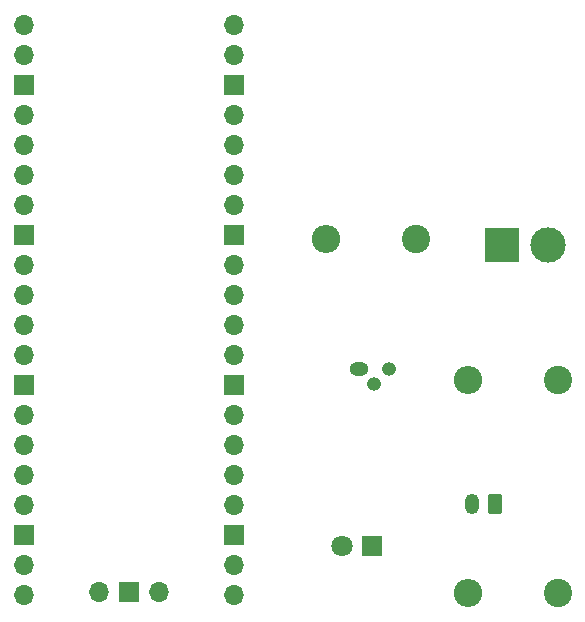
<source format=gbr>
%TF.GenerationSoftware,KiCad,Pcbnew,8.0.1*%
%TF.CreationDate,2024-03-28T11:23:41-03:00*%
%TF.ProjectId,agora vai,61676f72-6120-4766-9169-2e6b69636164,rev?*%
%TF.SameCoordinates,Original*%
%TF.FileFunction,Copper,L2,Bot*%
%TF.FilePolarity,Positive*%
%FSLAX46Y46*%
G04 Gerber Fmt 4.6, Leading zero omitted, Abs format (unit mm)*
G04 Created by KiCad (PCBNEW 8.0.1) date 2024-03-28 11:23:41*
%MOMM*%
%LPD*%
G01*
G04 APERTURE LIST*
G04 Aperture macros list*
%AMRoundRect*
0 Rectangle with rounded corners*
0 $1 Rounding radius*
0 $2 $3 $4 $5 $6 $7 $8 $9 X,Y pos of 4 corners*
0 Add a 4 corners polygon primitive as box body*
4,1,4,$2,$3,$4,$5,$6,$7,$8,$9,$2,$3,0*
0 Add four circle primitives for the rounded corners*
1,1,$1+$1,$2,$3*
1,1,$1+$1,$4,$5*
1,1,$1+$1,$6,$7*
1,1,$1+$1,$8,$9*
0 Add four rect primitives between the rounded corners*
20,1,$1+$1,$2,$3,$4,$5,0*
20,1,$1+$1,$4,$5,$6,$7,0*
20,1,$1+$1,$6,$7,$8,$9,0*
20,1,$1+$1,$8,$9,$2,$3,0*%
G04 Aperture macros list end*
%TA.AperFunction,ComponentPad*%
%ADD10R,1.800000X1.800000*%
%TD*%
%TA.AperFunction,ComponentPad*%
%ADD11C,1.800000*%
%TD*%
%TA.AperFunction,ComponentPad*%
%ADD12O,1.600000X1.200000*%
%TD*%
%TA.AperFunction,ComponentPad*%
%ADD13O,1.200000X1.200000*%
%TD*%
%TA.AperFunction,ComponentPad*%
%ADD14C,2.400000*%
%TD*%
%TA.AperFunction,ComponentPad*%
%ADD15O,2.400000X2.400000*%
%TD*%
%TA.AperFunction,ComponentPad*%
%ADD16O,1.200000X1.750000*%
%TD*%
%TA.AperFunction,ComponentPad*%
%ADD17RoundRect,0.250000X0.350000X0.625000X-0.350000X0.625000X-0.350000X-0.625000X0.350000X-0.625000X0*%
%TD*%
%TA.AperFunction,ComponentPad*%
%ADD18O,1.700000X1.700000*%
%TD*%
%TA.AperFunction,ComponentPad*%
%ADD19R,1.700000X1.700000*%
%TD*%
%TA.AperFunction,ComponentPad*%
%ADD20C,3.000000*%
%TD*%
%TA.AperFunction,ComponentPad*%
%ADD21R,3.000000X3.000000*%
%TD*%
G04 APERTURE END LIST*
D10*
%TO.P,D1,1,K*%
%TO.N,Net-(D1-K)*%
X131540000Y-119000000D03*
D11*
%TO.P,D1,2,A*%
%TO.N,Net-(D1-A)*%
X129000000Y-119000000D03*
%TD*%
D12*
%TO.P,Q1,1,E*%
%TO.N,Net-(Q1-B)*%
X130460000Y-104000000D03*
D13*
%TO.P,Q1,2,B*%
X131730000Y-105270000D03*
%TO.P,Q1,3,C*%
%TO.N,Net-(Q1-C)*%
X133000000Y-104000000D03*
%TD*%
D14*
%TO.P,R1,1*%
%TO.N,Net-(Q1-B)*%
X135285000Y-93000000D03*
D15*
%TO.P,R1,2*%
%TO.N,Net-(U1-GPIO22)*%
X127665000Y-93000000D03*
%TD*%
D14*
%TO.P,R2,1*%
%TO.N,GND*%
X147285000Y-123000000D03*
D15*
%TO.P,R2,2*%
%TO.N,Net-(D1-K)*%
X139665000Y-123000000D03*
%TD*%
D16*
%TO.P,J2,2,Pin_2*%
%TO.N,Net-(Q1-B)*%
X140000000Y-115500000D03*
D17*
%TO.P,J2,1,Pin_1*%
%TO.N,GND*%
X142000000Y-115500000D03*
%TD*%
D18*
%TO.P,REF\u002A\u002A,1*%
%TO.N,N/C*%
X102110000Y-74870000D03*
%TO.P,REF\u002A\u002A,2*%
X102110000Y-77410000D03*
D19*
%TO.P,REF\u002A\u002A,3*%
X102110000Y-79950000D03*
D18*
%TO.P,REF\u002A\u002A,4*%
X102110000Y-82490000D03*
%TO.P,REF\u002A\u002A,5*%
X102110000Y-85030000D03*
%TO.P,REF\u002A\u002A,6*%
X102110000Y-87570000D03*
%TO.P,REF\u002A\u002A,7*%
X102110000Y-90110000D03*
D19*
%TO.P,REF\u002A\u002A,8*%
X102110000Y-92650000D03*
D18*
%TO.P,REF\u002A\u002A,9*%
X102110000Y-95190000D03*
%TO.P,REF\u002A\u002A,10*%
X102110000Y-97730000D03*
%TO.P,REF\u002A\u002A,11*%
X102110000Y-100270000D03*
%TO.P,REF\u002A\u002A,12*%
X102110000Y-102810000D03*
D19*
%TO.P,REF\u002A\u002A,13*%
X102110000Y-105350000D03*
D18*
%TO.P,REF\u002A\u002A,14*%
X102110000Y-107890000D03*
%TO.P,REF\u002A\u002A,15*%
X102110000Y-110430000D03*
%TO.P,REF\u002A\u002A,16*%
X102110000Y-112970000D03*
%TO.P,REF\u002A\u002A,17*%
X102110000Y-115510000D03*
D19*
%TO.P,REF\u002A\u002A,18*%
X102110000Y-118050000D03*
D18*
%TO.P,REF\u002A\u002A,19*%
X102110000Y-120590000D03*
%TO.P,REF\u002A\u002A,20*%
X102110000Y-123130000D03*
%TO.P,REF\u002A\u002A,21*%
X119890000Y-123130000D03*
%TO.P,REF\u002A\u002A,22*%
X119890000Y-120590000D03*
D19*
%TO.P,REF\u002A\u002A,23*%
X119890000Y-118050000D03*
D18*
%TO.P,REF\u002A\u002A,24*%
%TO.N,Net-(D1-A)*%
X119890000Y-115510000D03*
%TO.P,REF\u002A\u002A,25*%
%TO.N,N/C*%
X119890000Y-112970000D03*
%TO.P,REF\u002A\u002A,26*%
X119890000Y-110430000D03*
%TO.P,REF\u002A\u002A,27*%
X119890000Y-107890000D03*
D19*
%TO.P,REF\u002A\u002A,28*%
X119890000Y-105350000D03*
D18*
%TO.P,REF\u002A\u002A,29*%
X119890000Y-102810000D03*
%TO.P,REF\u002A\u002A,30*%
X119890000Y-100270000D03*
%TO.P,REF\u002A\u002A,31*%
X119890000Y-97730000D03*
%TO.P,REF\u002A\u002A,32*%
X119890000Y-95190000D03*
D19*
%TO.P,REF\u002A\u002A,33*%
X119890000Y-92650000D03*
D18*
%TO.P,REF\u002A\u002A,34*%
X119890000Y-90110000D03*
%TO.P,REF\u002A\u002A,35*%
X119890000Y-87570000D03*
%TO.P,REF\u002A\u002A,36*%
X119890000Y-85030000D03*
%TO.P,REF\u002A\u002A,37*%
X119890000Y-82490000D03*
D19*
%TO.P,REF\u002A\u002A,38*%
X119890000Y-79950000D03*
D18*
%TO.P,REF\u002A\u002A,39*%
X119890000Y-77410000D03*
%TO.P,REF\u002A\u002A,40*%
X119890000Y-74870000D03*
%TO.P,REF\u002A\u002A,41*%
X108460000Y-122900000D03*
D19*
%TO.P,REF\u002A\u002A,42*%
X111000000Y-122900000D03*
D18*
%TO.P,REF\u002A\u002A,43*%
X113540000Y-122900000D03*
%TD*%
D20*
%TO.P,J1,2,Pin_2*%
%TO.N,GND*%
X146500000Y-93500000D03*
D21*
%TO.P,J1,1,Pin_1*%
%TO.N,VCC*%
X142620000Y-93500000D03*
%TD*%
D14*
%TO.P,R3,1*%
%TO.N,VCC*%
X147285000Y-105000000D03*
D15*
%TO.P,R3,2*%
%TO.N,Net-(Q1-C)*%
X139665000Y-105000000D03*
%TD*%
M02*

</source>
